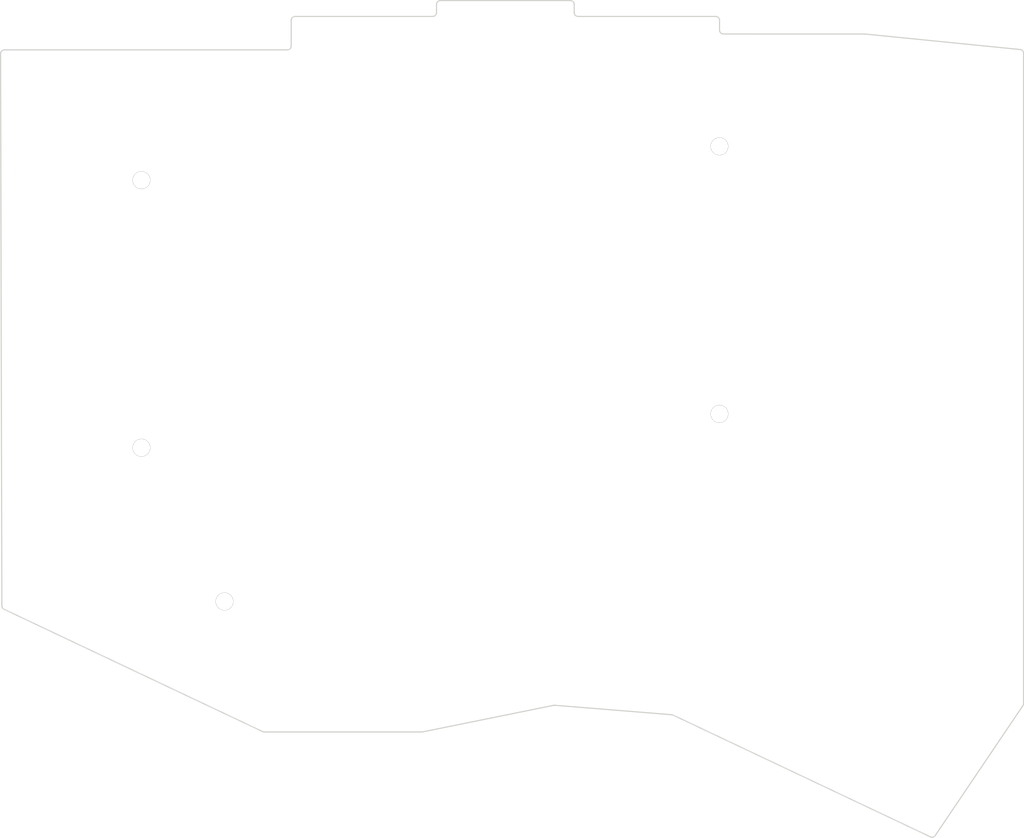
<source format=kicad_pcb>
(kicad_pcb (version 20240108) (generator "ergogen") (generator_version "4.1.0")
  (title_block (title "backplate") (date "2025-02-12") (rev "0.1") (company "fcoury (adapted from corney-island)"))
  (layers (0 "F.Cu" signal) (31 "B.Cu" signal) (34 "B.Paste" user) (35 "F.Paste" user) (36 "B.SilkS" user "B.Silkscreen") (37 "F.SilkS" user "F.Silkscreen") (38 "B.Mask" user) (39 "F.Mask" user) (44 "Edge.Cuts" user))
  (net 0 "")
  (footprint "ceoloide:mounting_hole_npth" (layer "F.Cu") (at 109.5 56.25 0)
    (property "Reference" "MH1" hide)
    (pad "" np_thru_hole circle (at 0 0 0) (size 2.2 2.2) (drill 2.2) (layers "*.Cu" "*.Mask"))
  )
  (footprint "ceoloide:mounting_hole_npth" (layer "F.Cu") (at 109.5 91.25 0)
    (property "Reference" "MH2" hide)
    (pad "" np_thru_hole circle (at 0 0 0) (size 2.2 2.2) (drill 2.2) (layers "*.Cu" "*.Mask"))
  )
  (footprint "ceoloide:mounting_hole_npth" (layer "F.Cu") (at 185.068 51.8235 0)
    (property "Reference" "MH3" hide)
    (pad "" np_thru_hole circle (at 0 0 0) (size 2.2 2.2) (drill 2.2) (layers "*.Cu" "*.Mask"))
  )
  (footprint "ceoloide:mounting_hole_npth" (layer "F.Cu") (at 185.068 86.8235 0)
    (property "Reference" "MH4" hide)
    (pad "" np_thru_hole circle (at 0 0 0) (size 2.2 2.2) (drill 2.2) (layers "*.Cu" "*.Mask"))
  )
  (footprint "ceoloide:mounting_hole_npth" (layer "F.Cu") (at 120.35699999999999 111.365 0)
    (property "Reference" "MH5" hide)
    (pad "" np_thru_hole circle (at 0 0 0) (size 2.2 2.2) (drill 2.2) (layers "*.Cu" "*.Mask"))
  )
  (gr_line (start 91.24926527449477 111.93429493327858) (end 91.0811663037063 39.703650411684066) (layer Edge.Cuts) (stroke (width 0.15)))
  (gr_line (start 91.58115175370655 39.20248681179596) (end 128.58001315 39.20151315754869) (layer Edge.Cuts) (stroke (width 0.15)))
  (gr_line (start 129.08 38.70151315754737) (end 129.08 35.3275) (layer Edge.Cuts) (stroke (width 0.15)))
  (gr_line (start 129.58 34.8275) (end 147.58 34.8275) (layer Edge.Cuts) (stroke (width 0.15)))
  (gr_line (start 148.08 34.3275) (end 148.08 33.2525) (layer Edge.Cuts) (stroke (width 0.15)))
  (gr_line (start 148.58 32.7525) (end 165.582 32.7525) (layer Edge.Cuts) (stroke (width 0.15)))
  (gr_line (start 166.082 33.2525) (end 166.082 34.3275) (layer Edge.Cuts) (stroke (width 0.15)))
  (gr_line (start 166.582 34.8275) (end 184.582 34.8275) (layer Edge.Cuts) (stroke (width 0.15)))
  (gr_line (start 185.082 35.3275) (end 185.082 36.62311839301053) (layer Edge.Cuts) (stroke (width 0.15)))
  (gr_line (start 185.58188159999995 37.12311839301052) (end 204.05712317412141 37.12749410812019) (layer Edge.Cuts) (stroke (width 0.15)))
  (gr_line (start 204.10675426917115 37.12997530762518) (end 224.38274949504972 39.15747711928236) (layer Edge.Cuts) (stroke (width 0.15)))
  (gr_line (start 224.833 124.71062361265274) (end 224.833 39.65499591977736) (layer Edge.Cuts) (stroke (width 0.15)))
  (gr_line (start 224.74750758436335 124.9902367358331) (end 213.2828548015396 141.98581067458065) (layer Edge.Cuts) (stroke (width 0.15)))
  (gr_line (start 212.65439541717623 142.15810975140022) (end 179.00518136804635 126.22733843985276) (layer Edge.Cuts) (stroke (width 0.15)))
  (gr_line (start 178.8315160223865 126.1808762361618) (end 163.52044556791955 124.94319451964076) (layer Edge.Cuts) (stroke (width 0.15)))
  (gr_line (start 163.3807357135794 124.9515536233317) (end 146.2492103071429 128.42751529999998) (layer Edge.Cuts) (stroke (width 0.15)))
  (gr_line (start 146.1497869071429 128.4375) (end 125.56235474077218 128.4375) (layer Edge.Cuts) (stroke (width 0.15)))
  (gr_line (start 125.34844648162083 128.38943281933442) (end 91.53535561534369 112.38506415273031) (layer Edge.Cuts) (stroke (width 0.15)))
  (gr_arc (start 91.58115170370657 39.2024868117951) (mid 91.22719570370657 39.3493497117951) (end 91.08116630370657 39.703650411795095) (layer Edge.Cuts) (stroke (width 0.15)))
  (gr_arc (start 128.5800131 39.20151315754737) (mid 128.933558 39.055061957547366) (end 129.08 38.70151325754737) (layer Edge.Cuts) (stroke (width 0.15)))
  (gr_arc (start 129.58 34.8275) (mid 129.2264466 34.9739466) (end 129.08 35.3275) (layer Edge.Cuts) (stroke (width 0.15)))
  (gr_arc (start 147.58 34.8275) (mid 147.93355340000002 34.6810534) (end 148.08 34.3275) (layer Edge.Cuts) (stroke (width 0.15)))
  (gr_arc (start 148.58 32.7525) (mid 148.2264466 32.898946599999995) (end 148.08 33.2525) (layer Edge.Cuts) (stroke (width 0.15)))
  (gr_arc (start 166.082 33.2525) (mid 165.9355534 32.898946599999995) (end 165.582 32.7525) (layer Edge.Cuts) (stroke (width 0.15)))
  (gr_arc (start 166.082 34.3275) (mid 166.22844659999998 34.6810534) (end 166.582 34.8275) (layer Edge.Cuts) (stroke (width 0.15)))
  (gr_arc (start 185.082 35.3275) (mid 184.9355534 34.9739466) (end 184.582 34.8275) (layer Edge.Cuts) (stroke (width 0.15)))
  (gr_arc (start 185.082 36.62311839301053) (mid 185.2284048 36.97662989301053) (end 185.5818816 37.12311839301053) (layer Edge.Cuts) (stroke (width 0.15)))
  (gr_arc (start 204.1067542741214 37.12997530812018) (mid 204.08196957412142 37.12811780812018) (end 204.05712317412141 37.12749410812018) (layer Edge.Cuts) (stroke (width 0.15)))
  (gr_arc (start 224.833 39.65499591977736) (mid 224.7037255 39.31949241977736) (end 224.3827495 39.15747711977736) (layer Edge.Cuts) (stroke (width 0.15)))
  (gr_arc (start 224.7475076 124.99023671265275) (mid 224.8111495 124.85681901265274) (end 224.833 124.71062361265274) (layer Edge.Cuts) (stroke (width 0.15)))
  (gr_arc (start 212.6543954171763 142.1581097514003) (mid 213.00054931717628 142.18840355140028) (end 213.2828548171763 141.9858106514003) (layer Edge.Cuts) (stroke (width 0.15)))
  (gr_arc (start 179.00518136804635 126.22733843985277) (mid 178.92045396804636 126.19623813985277) (end 178.83151606804637 126.18087623985276) (layer Edge.Cuts) (stroke (width 0.15)))
  (gr_arc (start 163.52044561357943 124.94319452333171) (mid 163.4502967135794 124.94246142333172) (end 163.3807357135794 124.95155362333172) (layer Edge.Cuts) (stroke (width 0.15)))
  (gr_arc (start 146.1497869071429 128.4375) (mid 146.1997487071429 128.4349976) (end 146.2492103071429 128.4275153) (layer Edge.Cuts) (stroke (width 0.15)))
  (gr_arc (start 125.34844644077218 128.3894328) (mid 125.45273354077217 128.4253352) (end 125.56235474077218 128.4375) (layer Edge.Cuts) (stroke (width 0.15)))
  (gr_arc (start 91.24926527449504 111.93429493339586) (mid 91.32710997449504 112.20106043339587) (end 91.53535567449504 112.38506413339586) (layer Edge.Cuts) (stroke (width 0.15)))
  (gr_circle (center 109.5 56.25) (end 110.6 56.25) (layer Edge.Cuts) (stroke (width 0.15)) (fill none))
  (gr_circle (center 109.5 91.25) (end 110.6 91.25) (layer Edge.Cuts) (stroke (width 0.15)) (fill none))
  (gr_circle (center 185.068 51.8235) (end 186.168 51.8235) (layer Edge.Cuts) (stroke (width 0.15)) (fill none))
  (gr_circle (center 185.068 86.8235) (end 186.168 86.8235) (layer Edge.Cuts) (stroke (width 0.15)) (fill none))
  (gr_circle (center 120.35699999999999 111.365) (end 121.45699999999998 111.365) (layer Edge.Cuts) (stroke (width 0.15)) (fill none))
)
</source>
